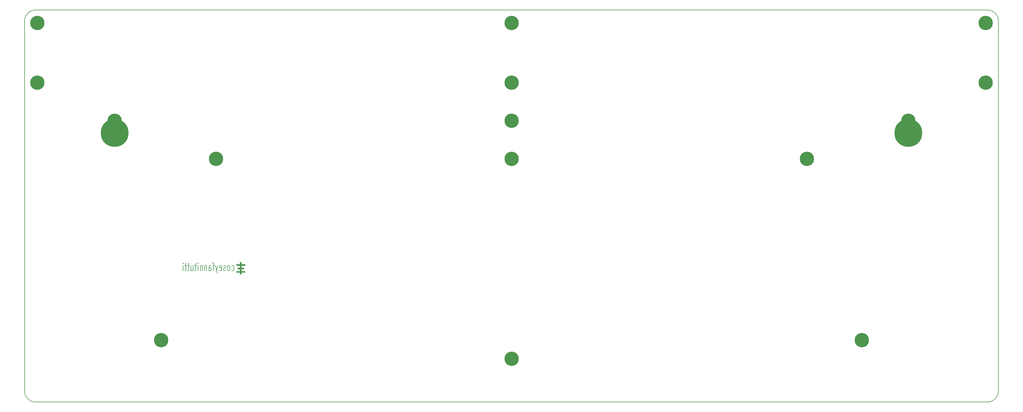
<source format=gbr>
%TF.GenerationSoftware,KiCad,Pcbnew,5.1.10-88a1d61d58~90~ubuntu21.04.1*%
%TF.CreationDate,2021-08-28T01:04:05+02:00*%
%TF.ProjectId,discipline-bottom,64697363-6970-46c6-996e-652d626f7474,rev?*%
%TF.SameCoordinates,Original*%
%TF.FileFunction,Soldermask,Bot*%
%TF.FilePolarity,Negative*%
%FSLAX46Y46*%
G04 Gerber Fmt 4.6, Leading zero omitted, Abs format (unit mm)*
G04 Created by KiCad (PCBNEW 5.1.10-88a1d61d58~90~ubuntu21.04.1) date 2021-08-28 01:04:05*
%MOMM*%
%LPD*%
G01*
G04 APERTURE LIST*
%ADD10C,0.200000*%
%TA.AperFunction,Profile*%
%ADD11C,0.150000*%
%TD*%
%ADD12C,0.010000*%
%ADD13C,4.502000*%
%ADD14C,8.702000*%
G04 APERTURE END LIST*
D10*
X125397214Y-134521644D02*
X125540071Y-134640692D01*
X125825785Y-134640692D01*
X125968642Y-134521644D01*
X126040071Y-134402597D01*
X126111500Y-134164501D01*
X126111500Y-133450216D01*
X126040071Y-133212120D01*
X125968642Y-133093073D01*
X125825785Y-132974025D01*
X125540071Y-132974025D01*
X125397214Y-133093073D01*
X124540071Y-134640692D02*
X124682928Y-134521644D01*
X124754357Y-134402597D01*
X124825785Y-134164501D01*
X124825785Y-133450216D01*
X124754357Y-133212120D01*
X124682928Y-133093073D01*
X124540071Y-132974025D01*
X124325785Y-132974025D01*
X124182928Y-133093073D01*
X124111500Y-133212120D01*
X124040071Y-133450216D01*
X124040071Y-134164501D01*
X124111500Y-134402597D01*
X124182928Y-134521644D01*
X124325785Y-134640692D01*
X124540071Y-134640692D01*
X123468642Y-134521644D02*
X123325785Y-134640692D01*
X123040071Y-134640692D01*
X122897214Y-134521644D01*
X122825785Y-134283549D01*
X122825785Y-134164501D01*
X122897214Y-133926406D01*
X123040071Y-133807359D01*
X123254357Y-133807359D01*
X123397214Y-133688311D01*
X123468642Y-133450216D01*
X123468642Y-133331168D01*
X123397214Y-133093073D01*
X123254357Y-132974025D01*
X123040071Y-132974025D01*
X122897214Y-133093073D01*
X121611500Y-134521644D02*
X121754357Y-134640692D01*
X122040071Y-134640692D01*
X122182928Y-134521644D01*
X122254357Y-134283549D01*
X122254357Y-133331168D01*
X122182928Y-133093073D01*
X122040071Y-132974025D01*
X121754357Y-132974025D01*
X121611500Y-133093073D01*
X121540071Y-133331168D01*
X121540071Y-133569263D01*
X122254357Y-133807359D01*
X121040071Y-132974025D02*
X120682928Y-134640692D01*
X120325785Y-132974025D02*
X120682928Y-134640692D01*
X120825785Y-135235930D01*
X120897214Y-135354978D01*
X121040071Y-135474025D01*
X119968642Y-132974025D02*
X119397214Y-132974025D01*
X119754357Y-134640692D02*
X119754357Y-132497835D01*
X119682928Y-132259740D01*
X119540071Y-132140692D01*
X119397214Y-132140692D01*
X118254357Y-134640692D02*
X118254357Y-133331168D01*
X118325785Y-133093073D01*
X118468642Y-132974025D01*
X118754357Y-132974025D01*
X118897214Y-133093073D01*
X118254357Y-134521644D02*
X118397214Y-134640692D01*
X118754357Y-134640692D01*
X118897214Y-134521644D01*
X118968642Y-134283549D01*
X118968642Y-134045454D01*
X118897214Y-133807359D01*
X118754357Y-133688311D01*
X118397214Y-133688311D01*
X118254357Y-133569263D01*
X117540071Y-132974025D02*
X117540071Y-134640692D01*
X117540071Y-133212120D02*
X117468642Y-133093073D01*
X117325785Y-132974025D01*
X117111500Y-132974025D01*
X116968642Y-133093073D01*
X116897214Y-133331168D01*
X116897214Y-134640692D01*
X116182928Y-132974025D02*
X116182928Y-134640692D01*
X116182928Y-133212120D02*
X116111500Y-133093073D01*
X115968642Y-132974025D01*
X115754357Y-132974025D01*
X115611500Y-133093073D01*
X115540071Y-133331168D01*
X115540071Y-134640692D01*
X114825785Y-134640692D02*
X114825785Y-132974025D01*
X114825785Y-132140692D02*
X114897214Y-132259740D01*
X114825785Y-132378787D01*
X114754357Y-132259740D01*
X114825785Y-132140692D01*
X114825785Y-132378787D01*
X114325785Y-132974025D02*
X113754357Y-132974025D01*
X114111500Y-132140692D02*
X114111500Y-134283549D01*
X114040071Y-134521644D01*
X113897214Y-134640692D01*
X113754357Y-134640692D01*
X112611500Y-132974025D02*
X112611500Y-134640692D01*
X113254357Y-132974025D02*
X113254357Y-134283549D01*
X113182928Y-134521644D01*
X113040071Y-134640692D01*
X112825785Y-134640692D01*
X112682928Y-134521644D01*
X112611500Y-134402597D01*
X112111500Y-132974025D02*
X111540071Y-132974025D01*
X111897214Y-132140692D02*
X111897214Y-134283549D01*
X111825785Y-134521644D01*
X111682928Y-134640692D01*
X111540071Y-134640692D01*
X111254357Y-132974025D02*
X110682928Y-132974025D01*
X111040071Y-132140692D02*
X111040071Y-134283549D01*
X110968642Y-134521644D01*
X110825785Y-134640692D01*
X110682928Y-134640692D01*
X110182928Y-134640692D02*
X110182928Y-132974025D01*
X110182928Y-132140692D02*
X110254357Y-132259740D01*
X110182928Y-132378787D01*
X110111500Y-132259740D01*
X110182928Y-132140692D01*
X110182928Y-132378787D01*
D11*
X362129784Y-175749849D02*
X63852975Y-175749849D01*
X365436843Y-56249439D02*
X365436843Y-172442790D01*
X63849975Y-52942380D02*
X362129784Y-52942380D01*
X60542916Y-172445789D02*
X60542916Y-56249439D01*
X362129784Y-52942380D02*
G75*
G02*
X365436843Y-56249439I0J-3307059D01*
G01*
X365436843Y-172442790D02*
G75*
G02*
X362129784Y-175749849I-3307059J0D01*
G01*
X63852975Y-175749848D02*
G75*
G02*
X60542916Y-172445789I-3000J3307059D01*
G01*
X60542916Y-56249439D02*
G75*
G02*
X63849975Y-52942380I3307059J0D01*
G01*
D12*
G36*
X128375486Y-135163121D02*
G01*
X128944869Y-135160944D01*
X129514252Y-135158768D01*
X129514252Y-134752368D01*
X128375486Y-134748016D01*
X128375486Y-134087735D01*
X129095153Y-134087735D01*
X129095153Y-133655935D01*
X128375486Y-133655935D01*
X128375486Y-132978721D01*
X128944869Y-132976544D01*
X129514252Y-132974368D01*
X129516515Y-132760585D01*
X129518777Y-132546802D01*
X128375486Y-132546802D01*
X128375486Y-131928735D01*
X127935219Y-131928735D01*
X127935219Y-132546802D01*
X126800686Y-132546802D01*
X126800686Y-132978601D01*
X127935219Y-132978601D01*
X127935219Y-133655935D01*
X127224019Y-133655935D01*
X127224019Y-134087735D01*
X127935219Y-134087735D01*
X127935219Y-134748135D01*
X126800686Y-134748135D01*
X126800686Y-135163001D01*
X127935000Y-135163001D01*
X127939452Y-135751435D01*
X128157469Y-135753694D01*
X128375486Y-135755954D01*
X128375486Y-135163121D01*
G37*
X128375486Y-135163121D02*
X128944869Y-135160944D01*
X129514252Y-135158768D01*
X129514252Y-134752368D01*
X128375486Y-134748016D01*
X128375486Y-134087735D01*
X129095153Y-134087735D01*
X129095153Y-133655935D01*
X128375486Y-133655935D01*
X128375486Y-132978721D01*
X128944869Y-132976544D01*
X129514252Y-132974368D01*
X129516515Y-132760585D01*
X129518777Y-132546802D01*
X128375486Y-132546802D01*
X128375486Y-131928735D01*
X127935219Y-131928735D01*
X127935219Y-132546802D01*
X126800686Y-132546802D01*
X126800686Y-132978601D01*
X127935219Y-132978601D01*
X127935219Y-133655935D01*
X127224019Y-133655935D01*
X127224019Y-134087735D01*
X127935219Y-134087735D01*
X127935219Y-134748135D01*
X126800686Y-134748135D01*
X126800686Y-135163001D01*
X127935000Y-135163001D01*
X127939452Y-135751435D01*
X128157469Y-135753694D01*
X128375486Y-135755954D01*
X128375486Y-135163121D01*
D10*
X125397214Y-134521644D02*
X125540071Y-134640692D01*
X125825785Y-134640692D01*
X125968642Y-134521644D01*
X126040071Y-134402597D01*
X126111500Y-134164501D01*
X126111500Y-133450216D01*
X126040071Y-133212120D01*
X125968642Y-133093073D01*
X125825785Y-132974025D01*
X125540071Y-132974025D01*
X125397214Y-133093073D01*
X124540071Y-134640692D02*
X124682928Y-134521644D01*
X124754357Y-134402597D01*
X124825785Y-134164501D01*
X124825785Y-133450216D01*
X124754357Y-133212120D01*
X124682928Y-133093073D01*
X124540071Y-132974025D01*
X124325785Y-132974025D01*
X124182928Y-133093073D01*
X124111500Y-133212120D01*
X124040071Y-133450216D01*
X124040071Y-134164501D01*
X124111500Y-134402597D01*
X124182928Y-134521644D01*
X124325785Y-134640692D01*
X124540071Y-134640692D01*
X123468642Y-134521644D02*
X123325785Y-134640692D01*
X123040071Y-134640692D01*
X122897214Y-134521644D01*
X122825785Y-134283549D01*
X122825785Y-134164501D01*
X122897214Y-133926406D01*
X123040071Y-133807359D01*
X123254357Y-133807359D01*
X123397214Y-133688311D01*
X123468642Y-133450216D01*
X123468642Y-133331168D01*
X123397214Y-133093073D01*
X123254357Y-132974025D01*
X123040071Y-132974025D01*
X122897214Y-133093073D01*
X121611500Y-134521644D02*
X121754357Y-134640692D01*
X122040071Y-134640692D01*
X122182928Y-134521644D01*
X122254357Y-134283549D01*
X122254357Y-133331168D01*
X122182928Y-133093073D01*
X122040071Y-132974025D01*
X121754357Y-132974025D01*
X121611500Y-133093073D01*
X121540071Y-133331168D01*
X121540071Y-133569263D01*
X122254357Y-133807359D01*
X121040071Y-132974025D02*
X120682928Y-134640692D01*
X120325785Y-132974025D02*
X120682928Y-134640692D01*
X120825785Y-135235930D01*
X120897214Y-135354978D01*
X121040071Y-135474025D01*
X119968642Y-132974025D02*
X119397214Y-132974025D01*
X119754357Y-134640692D02*
X119754357Y-132497835D01*
X119682928Y-132259740D01*
X119540071Y-132140692D01*
X119397214Y-132140692D01*
X118254357Y-134640692D02*
X118254357Y-133331168D01*
X118325785Y-133093073D01*
X118468642Y-132974025D01*
X118754357Y-132974025D01*
X118897214Y-133093073D01*
X118254357Y-134521644D02*
X118397214Y-134640692D01*
X118754357Y-134640692D01*
X118897214Y-134521644D01*
X118968642Y-134283549D01*
X118968642Y-134045454D01*
X118897214Y-133807359D01*
X118754357Y-133688311D01*
X118397214Y-133688311D01*
X118254357Y-133569263D01*
X117540071Y-132974025D02*
X117540071Y-134640692D01*
X117540071Y-133212120D02*
X117468642Y-133093073D01*
X117325785Y-132974025D01*
X117111500Y-132974025D01*
X116968642Y-133093073D01*
X116897214Y-133331168D01*
X116897214Y-134640692D01*
X116182928Y-132974025D02*
X116182928Y-134640692D01*
X116182928Y-133212120D02*
X116111500Y-133093073D01*
X115968642Y-132974025D01*
X115754357Y-132974025D01*
X115611500Y-133093073D01*
X115540071Y-133331168D01*
X115540071Y-134640692D01*
X114825785Y-134640692D02*
X114825785Y-132974025D01*
X114825785Y-132140692D02*
X114897214Y-132259740D01*
X114825785Y-132378787D01*
X114754357Y-132259740D01*
X114825785Y-132140692D01*
X114825785Y-132378787D01*
X114325785Y-132974025D02*
X113754357Y-132974025D01*
X114111500Y-132140692D02*
X114111500Y-134283549D01*
X114040071Y-134521644D01*
X113897214Y-134640692D01*
X113754357Y-134640692D01*
X112611500Y-132974025D02*
X112611500Y-134640692D01*
X113254357Y-132974025D02*
X113254357Y-134283549D01*
X113182928Y-134521644D01*
X113040071Y-134640692D01*
X112825785Y-134640692D01*
X112682928Y-134521644D01*
X112611500Y-134402597D01*
X112111500Y-132974025D02*
X111540071Y-132974025D01*
X111897214Y-132140692D02*
X111897214Y-134283549D01*
X111825785Y-134521644D01*
X111682928Y-134640692D01*
X111540071Y-134640692D01*
X111254357Y-132974025D02*
X110682928Y-132974025D01*
X111040071Y-132140692D02*
X111040071Y-134283549D01*
X110968642Y-134521644D01*
X110825785Y-134640692D01*
X110682928Y-134640692D01*
X110182928Y-134640692D02*
X110182928Y-132974025D01*
X110182928Y-132140692D02*
X110254357Y-132259740D01*
X110182928Y-132378787D01*
X110111500Y-132259740D01*
X110182928Y-132140692D01*
X110182928Y-132378787D01*
D11*
X362129784Y-175749849D02*
X63852975Y-175749849D01*
X365436843Y-56249439D02*
X365436843Y-172442790D01*
X63849975Y-52942380D02*
X362129784Y-52942380D01*
X60542916Y-172445789D02*
X60542916Y-56249439D01*
X362129784Y-52942380D02*
G75*
G02*
X365436843Y-56249439I0J-3307059D01*
G01*
X365436843Y-172442790D02*
G75*
G02*
X362129784Y-175749849I-3307059J0D01*
G01*
X63852975Y-175749848D02*
G75*
G02*
X60542916Y-172445789I-3000J3307059D01*
G01*
X60542916Y-56249439D02*
G75*
G02*
X63849975Y-52942380I3307059J0D01*
G01*
D12*
G36*
X128375486Y-135163121D02*
G01*
X128944869Y-135160944D01*
X129514252Y-135158768D01*
X129514252Y-134752368D01*
X128375486Y-134748016D01*
X128375486Y-134087735D01*
X129095153Y-134087735D01*
X129095153Y-133655935D01*
X128375486Y-133655935D01*
X128375486Y-132978721D01*
X128944869Y-132976544D01*
X129514252Y-132974368D01*
X129516515Y-132760585D01*
X129518777Y-132546802D01*
X128375486Y-132546802D01*
X128375486Y-131928735D01*
X127935219Y-131928735D01*
X127935219Y-132546802D01*
X126800686Y-132546802D01*
X126800686Y-132978601D01*
X127935219Y-132978601D01*
X127935219Y-133655935D01*
X127224019Y-133655935D01*
X127224019Y-134087735D01*
X127935219Y-134087735D01*
X127935219Y-134748135D01*
X126800686Y-134748135D01*
X126800686Y-135163001D01*
X127935000Y-135163001D01*
X127939452Y-135751435D01*
X128157469Y-135753694D01*
X128375486Y-135755954D01*
X128375486Y-135163121D01*
G37*
X128375486Y-135163121D02*
X128944869Y-135160944D01*
X129514252Y-135158768D01*
X129514252Y-134752368D01*
X128375486Y-134748016D01*
X128375486Y-134087735D01*
X129095153Y-134087735D01*
X129095153Y-133655935D01*
X128375486Y-133655935D01*
X128375486Y-132978721D01*
X128944869Y-132976544D01*
X129514252Y-132974368D01*
X129516515Y-132760585D01*
X129518777Y-132546802D01*
X128375486Y-132546802D01*
X128375486Y-131928735D01*
X127935219Y-131928735D01*
X127935219Y-132546802D01*
X126800686Y-132546802D01*
X126800686Y-132978601D01*
X127935219Y-132978601D01*
X127935219Y-133655935D01*
X127224019Y-133655935D01*
X127224019Y-134087735D01*
X127935219Y-134087735D01*
X127935219Y-134748135D01*
X126800686Y-134748135D01*
X126800686Y-135163001D01*
X127935000Y-135163001D01*
X127939452Y-135751435D01*
X128157469Y-135753694D01*
X128375486Y-135755954D01*
X128375486Y-135163121D01*
D13*
X212992504Y-87627160D03*
X337232504Y-87627160D03*
X88752504Y-87627160D03*
X212992504Y-75697160D03*
X212992504Y-56947160D03*
D14*
X337229903Y-91409552D03*
D13*
X212989879Y-162205740D03*
X212989879Y-99550624D03*
X305448502Y-99550624D03*
X120531257Y-99550624D03*
X322637337Y-156394590D03*
X103342422Y-156394590D03*
X361437255Y-75697160D03*
X361437255Y-56947160D03*
X64542504Y-56947160D03*
X64542504Y-75697160D03*
D14*
X88749856Y-91409552D03*
M02*

</source>
